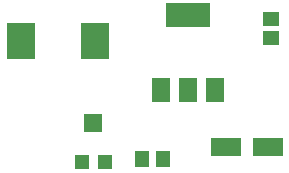
<source format=gtp>
G04*
G04 #@! TF.GenerationSoftware,Altium Limited,Altium Designer,21.0.8 (223)*
G04*
G04 Layer_Color=8421504*
%FSLAX44Y44*%
%MOMM*%
G71*
G04*
G04 #@! TF.SameCoordinates,C2A7A69F-71F9-4D7C-9BA5-24E23DD16346*
G04*
G04*
G04 #@! TF.FilePolarity,Positive*
G04*
G01*
G75*
%ADD13R,1.4000X1.3000*%
%ADD14R,2.4500X3.1500*%
%ADD15R,2.5000X1.6000*%
%ADD16R,1.5000X2.0000*%
%ADD17R,3.8000X2.0000*%
%ADD18R,1.1500X1.3500*%
%ADD19R,1.2000X1.2000*%
%ADD20R,1.6000X1.5000*%
D13*
X990000Y872000D02*
D03*
Y888000D02*
D03*
D14*
X841000Y870000D02*
D03*
X779000D02*
D03*
D15*
X987500Y780000D02*
D03*
X952500D02*
D03*
D16*
X897000Y828500D02*
D03*
X920000D02*
D03*
X943000D02*
D03*
D17*
X920000Y891500D02*
D03*
D18*
X881250Y770000D02*
D03*
X898750D02*
D03*
D19*
X830000Y767500D02*
D03*
X850000D02*
D03*
D20*
X840000Y800000D02*
D03*
M02*

</source>
